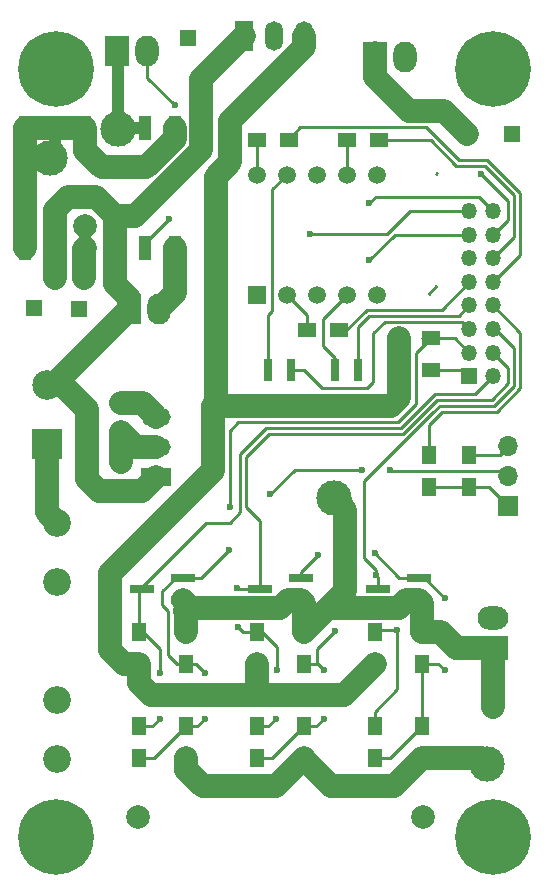
<source format=gtl>
G04 #@! TF.FileFunction,Copper,L1,Top,Signal*
%FSLAX46Y46*%
G04 Gerber Fmt 4.6, Leading zero omitted, Abs format (unit mm)*
G04 Created by KiCad (PCBNEW 4.0.6) date Wednesday, October 04, 2017 'PMt' 10:34:30 PM*
%MOMM*%
%LPD*%
G01*
G04 APERTURE LIST*
%ADD10C,0.100000*%
%ADD11R,1.500000X2.500000*%
%ADD12O,1.500000X2.500000*%
%ADD13R,1.500000X1.500000*%
%ADD14C,1.500000*%
%ADD15C,2.000000*%
%ADD16R,2.500000X1.500000*%
%ADD17O,2.500000X1.500000*%
%ADD18R,1.350000X1.350000*%
%ADD19O,1.350000X1.350000*%
%ADD20C,6.400000*%
%ADD21R,1.250000X1.500000*%
%ADD22C,2.350000*%
%ADD23R,2.500000X2.500000*%
%ADD24C,2.500000*%
%ADD25R,1.700000X1.700000*%
%ADD26O,1.700000X1.700000*%
%ADD27R,2.000000X0.650000*%
%ADD28R,1.300000X1.500000*%
%ADD29R,1.500000X1.300000*%
%ADD30R,2.600000X2.000000*%
%ADD31O,2.600000X2.000000*%
%ADD32R,2.000000X2.600000*%
%ADD33O,2.000000X2.600000*%
%ADD34R,0.800000X1.900000*%
%ADD35R,1.500000X1.250000*%
%ADD36R,1.000000X2.100000*%
%ADD37C,3.000000*%
%ADD38C,0.600000*%
%ADD39C,0.254000*%
%ADD40C,2.000000*%
%ADD41C,1.000000*%
G04 APERTURE END LIST*
D10*
D11*
X119900000Y-77200000D03*
D12*
X122440000Y-77200000D03*
X124980000Y-77200000D03*
D13*
X121000000Y-99100000D03*
D14*
X123540000Y-99100000D03*
X126080000Y-99100000D03*
X128620000Y-99100000D03*
X131160000Y-99100000D03*
X131160000Y-88940000D03*
X128620000Y-88940000D03*
X126080000Y-88940000D03*
X123540000Y-88940000D03*
X121000000Y-88940000D03*
D15*
X135100000Y-143300000D03*
X110900000Y-143300000D03*
D16*
X112500000Y-114500000D03*
D17*
X112500000Y-111960000D03*
X112500000Y-109420000D03*
D18*
X139000000Y-106000000D03*
D19*
X141000000Y-106000000D03*
X139000000Y-104000000D03*
X141000000Y-104000000D03*
X139000000Y-102000000D03*
X141000000Y-102000000D03*
X139000000Y-100000000D03*
X141000000Y-100000000D03*
X139000000Y-98000000D03*
X141000000Y-98000000D03*
X139000000Y-96000000D03*
X141000000Y-96000000D03*
X139000000Y-94000000D03*
X141000000Y-94000000D03*
X139000000Y-92000000D03*
X141000000Y-92000000D03*
D20*
X104000000Y-145000000D03*
X141000000Y-145000000D03*
X141000000Y-80000000D03*
D21*
X109500000Y-115750000D03*
X109500000Y-113250000D03*
X109500000Y-108250000D03*
X109500000Y-110750000D03*
D22*
X104100000Y-133400000D03*
X104100000Y-138400000D03*
X104100000Y-123400000D03*
X104100000Y-118400000D03*
D23*
X103200000Y-111700000D03*
D24*
X103200000Y-106700000D03*
D25*
X142300000Y-117000000D03*
D26*
X142300000Y-114460000D03*
X142300000Y-111920000D03*
D27*
X114710000Y-124950000D03*
X114710000Y-123050000D03*
X111290000Y-124000000D03*
X124710000Y-124950000D03*
X124710000Y-123050000D03*
X121290000Y-124000000D03*
X134710000Y-124950000D03*
X134710000Y-123050000D03*
X131290000Y-124000000D03*
D28*
X139000000Y-112650000D03*
X139000000Y-115350000D03*
D29*
X131325000Y-86025000D03*
X128625000Y-86025000D03*
X123700000Y-86000000D03*
X121000000Y-86000000D03*
X127950000Y-102100000D03*
X125250000Y-102100000D03*
D28*
X115000000Y-127650000D03*
X115000000Y-130350000D03*
X115000000Y-138350000D03*
X115000000Y-135650000D03*
X111000000Y-135650000D03*
X111000000Y-138350000D03*
X111000000Y-130350000D03*
X111000000Y-127650000D03*
X125000000Y-127650000D03*
X125000000Y-130350000D03*
X125000000Y-138350000D03*
X125000000Y-135650000D03*
X121000000Y-135650000D03*
X121000000Y-138350000D03*
X121000000Y-130350000D03*
X121000000Y-127650000D03*
X135000000Y-127650000D03*
X135000000Y-130350000D03*
X135000000Y-138350000D03*
X135000000Y-135650000D03*
X131000000Y-135650000D03*
X131000000Y-138350000D03*
X131000000Y-130350000D03*
X131000000Y-127650000D03*
X135600000Y-115350000D03*
X135600000Y-112650000D03*
D18*
X142625000Y-85450000D03*
X138800000Y-85475000D03*
X141000000Y-134000000D03*
X115175000Y-77375000D03*
X102150000Y-100250000D03*
D20*
X104000000Y-80000000D03*
D30*
X141000000Y-129000000D03*
D31*
X141000000Y-126460000D03*
D32*
X131000000Y-79000000D03*
D33*
X133540000Y-79000000D03*
D32*
X109200000Y-78500000D03*
D33*
X111740000Y-78500000D03*
D29*
X133050000Y-105500000D03*
X135750000Y-105500000D03*
X133050000Y-102800000D03*
X135750000Y-102800000D03*
D32*
X110200000Y-100300000D03*
D33*
X112740000Y-100300000D03*
D34*
X123850000Y-105500000D03*
X121950000Y-105500000D03*
X122900000Y-108500000D03*
X129550000Y-105500000D03*
X127650000Y-105500000D03*
X128600000Y-108500000D03*
D35*
X103900000Y-97700000D03*
X106400000Y-97700000D03*
D36*
X101350000Y-95180000D03*
X103890000Y-95180000D03*
X106430000Y-95180000D03*
X111510000Y-95180000D03*
X114050000Y-95180000D03*
X114050000Y-85020000D03*
X111510000Y-85020000D03*
X106430000Y-85020000D03*
X103890000Y-85020000D03*
X101350000Y-85020000D03*
D18*
X105975000Y-100300000D03*
D15*
X106425000Y-93275000D03*
D37*
X103450000Y-87550000D03*
X140500000Y-138800000D03*
X127500000Y-116300000D03*
X109275000Y-85075000D03*
D38*
X118700000Y-117100000D03*
X127600000Y-127600000D03*
X126200000Y-121100000D03*
X126700000Y-130900000D03*
X126700000Y-135000000D03*
X118600000Y-120700000D03*
X116600000Y-131100000D03*
X116600000Y-135000000D03*
X136900000Y-124800000D03*
X136900000Y-130900000D03*
X131000000Y-121000000D03*
X132300000Y-113900000D03*
X129900000Y-113900000D03*
X122100000Y-116000000D03*
X131100000Y-122800000D03*
X132900000Y-127500000D03*
X112800000Y-131100000D03*
X112800000Y-135000000D03*
X119300000Y-123900000D03*
X119400000Y-127200000D03*
X122700000Y-130900000D03*
X122600000Y-135000000D03*
X130525000Y-91350000D03*
X125525000Y-93925000D03*
X130525000Y-96200000D03*
X139975000Y-88875000D03*
X114100000Y-83075000D03*
X113525000Y-92725000D03*
D39*
X135550000Y-99000000D02*
X136200000Y-98350000D01*
X136210000Y-88840000D02*
X136250000Y-88800000D01*
X125250000Y-102100000D02*
X125250000Y-100810000D01*
X125250000Y-100810000D02*
X123540000Y-99100000D01*
X125250000Y-102100000D02*
X124640000Y-102100000D01*
X126600000Y-99020000D02*
X126620000Y-99000000D01*
X128620000Y-88940000D02*
X128620000Y-86030000D01*
X128620000Y-86030000D02*
X128625000Y-86025000D01*
X121000000Y-88940000D02*
X121000000Y-86000000D01*
D40*
X103200000Y-106700000D02*
X103800000Y-106700000D01*
X103800000Y-106700000D02*
X110200000Y-100300000D01*
X109000000Y-92450000D02*
X110662640Y-92450000D01*
X116304002Y-80795998D02*
X119900000Y-77200000D01*
X116304002Y-86808638D02*
X116304002Y-80795998D01*
X110662640Y-92450000D02*
X116304002Y-86808638D01*
X103900000Y-97700000D02*
X103900000Y-95190000D01*
X103900000Y-95190000D02*
X103890000Y-95180000D01*
X110200000Y-100300000D02*
X110200000Y-99350000D01*
X110200000Y-99350000D02*
X109000000Y-98150000D01*
X109000000Y-98150000D02*
X109000000Y-92450000D01*
X109000000Y-92450000D02*
X107375000Y-90825000D01*
X107375000Y-90825000D02*
X104975000Y-90825000D01*
X104975000Y-90825000D02*
X103890000Y-91910000D01*
X103890000Y-91910000D02*
X103890000Y-95180000D01*
X103200000Y-106700000D02*
X103700000Y-106700000D01*
X103200000Y-106700000D02*
X104500000Y-106700000D01*
X107650000Y-115750000D02*
X109500000Y-115750000D01*
X106600000Y-114700000D02*
X107650000Y-115750000D01*
X106600000Y-108800000D02*
X106600000Y-114700000D01*
X104500000Y-106700000D02*
X106600000Y-108800000D01*
X109500000Y-115750000D02*
X111250000Y-115750000D01*
X111250000Y-115750000D02*
X112500000Y-114500000D01*
D41*
X106430000Y-95180000D02*
X106430000Y-93280000D01*
X106430000Y-93280000D02*
X106425000Y-93275000D01*
X103890000Y-85020000D02*
X103890000Y-87110000D01*
X103890000Y-87110000D02*
X103450000Y-87550000D01*
D40*
X114050000Y-85020000D02*
X114050000Y-85875000D01*
X114050000Y-85875000D02*
X111600000Y-88325000D01*
X111600000Y-88325000D02*
X107850000Y-88325000D01*
X107850000Y-88325000D02*
X106430000Y-86905000D01*
X106430000Y-86905000D02*
X106430000Y-85020000D01*
X106400000Y-97700000D02*
X106400000Y-95210000D01*
X106400000Y-95210000D02*
X106430000Y-95180000D01*
X114050000Y-95180000D02*
X114050000Y-98990000D01*
X114050000Y-98990000D02*
X112740000Y-100300000D01*
X101350000Y-95180000D02*
X101350000Y-85020000D01*
X101350000Y-85020000D02*
X103890000Y-85020000D01*
X103890000Y-85020000D02*
X106430000Y-85020000D01*
X135000000Y-138350000D02*
X140050000Y-138350000D01*
X140050000Y-138350000D02*
X140500000Y-138800000D01*
X115000000Y-138350000D02*
X115000000Y-139300000D01*
X122650000Y-140700000D02*
X125000000Y-138350000D01*
X116400000Y-140700000D02*
X122650000Y-140700000D01*
X115000000Y-139300000D02*
X116400000Y-140700000D01*
X125000000Y-138350000D02*
X125000000Y-138400000D01*
X125000000Y-138400000D02*
X127300000Y-140700000D01*
X127300000Y-140700000D02*
X132650000Y-140700000D01*
X132650000Y-140700000D02*
X135000000Y-138350000D01*
X109500000Y-113250000D02*
X109500000Y-110750000D01*
X109500000Y-110750000D02*
X110710000Y-111960000D01*
X110710000Y-111960000D02*
X112500000Y-111960000D01*
D39*
X139000000Y-112650000D02*
X141570000Y-112650000D01*
X141570000Y-112650000D02*
X142300000Y-111920000D01*
D40*
X124710000Y-124950000D02*
X123650000Y-124950000D01*
X114881002Y-125900000D02*
X115000000Y-125900000D01*
X115181002Y-125600000D02*
X114881002Y-125900000D01*
X123000000Y-125600000D02*
X115181002Y-125600000D01*
X123650000Y-124950000D02*
X123000000Y-125600000D01*
X134710000Y-124950000D02*
X133650000Y-124950000D01*
X127100000Y-125600000D02*
X127100000Y-125550000D01*
X127050000Y-125600000D02*
X127100000Y-125600000D01*
X133000000Y-125600000D02*
X127050000Y-125600000D01*
X133650000Y-124950000D02*
X133000000Y-125600000D01*
X128500000Y-124150000D02*
X127100000Y-125550000D01*
X128500000Y-117300000D02*
X128500000Y-124150000D01*
X127500000Y-116300000D02*
X128500000Y-117300000D01*
X127100000Y-125550000D02*
X125000000Y-127650000D01*
X135000000Y-127650000D02*
X136550000Y-127650000D01*
X137900000Y-129000000D02*
X141000000Y-129000000D01*
X136550000Y-127650000D02*
X137900000Y-129000000D01*
X141000000Y-129000000D02*
X141000000Y-134000000D01*
X135000000Y-127650000D02*
X135000000Y-125240000D01*
X135000000Y-125240000D02*
X134710000Y-124950000D01*
X125000000Y-127650000D02*
X125000000Y-125240000D01*
X125000000Y-125240000D02*
X124710000Y-124950000D01*
X115000000Y-127650000D02*
X115000000Y-125900000D01*
X115000000Y-125900000D02*
X115000000Y-125240000D01*
X115000000Y-125240000D02*
X114710000Y-124950000D01*
X109500000Y-108250000D02*
X111330000Y-108250000D01*
X111330000Y-108250000D02*
X112500000Y-109420000D01*
X124980000Y-77200000D02*
X124980000Y-78145000D01*
X124980000Y-78145000D02*
X118750000Y-84375000D01*
X117550000Y-108250000D02*
X117300000Y-108500000D01*
X117550000Y-89100000D02*
X117550000Y-108250000D01*
X118750000Y-87900000D02*
X117550000Y-89100000D01*
X118750000Y-84375000D02*
X118750000Y-87900000D01*
X131000000Y-79000000D02*
X131000000Y-80625000D01*
X136868998Y-83543998D02*
X138800000Y-85475000D01*
X133918998Y-83543998D02*
X136868998Y-83543998D01*
X131000000Y-80625000D02*
X133918998Y-83543998D01*
X121000000Y-133000000D02*
X128350000Y-133000000D01*
X128350000Y-133000000D02*
X131000000Y-130350000D01*
X111000000Y-130350000D02*
X109750000Y-130350000D01*
X109750000Y-130350000D02*
X108600000Y-129200000D01*
X108600000Y-129200000D02*
X108600000Y-122700000D01*
X108600000Y-122700000D02*
X117300000Y-114000000D01*
X117300000Y-114000000D02*
X117300000Y-108500000D01*
X117300000Y-108500000D02*
X117600000Y-108500000D01*
X117600000Y-108500000D02*
X122900000Y-108500000D01*
X121000000Y-133000000D02*
X121000000Y-130350000D01*
X111000000Y-130350000D02*
X111000000Y-132000000D01*
X112000000Y-133000000D02*
X121000000Y-133000000D01*
X111000000Y-132000000D02*
X112000000Y-133000000D01*
X128600000Y-108500000D02*
X132400000Y-108500000D01*
X133050000Y-107850000D02*
X133050000Y-105500000D01*
X132400000Y-108500000D02*
X133050000Y-107850000D01*
X133050000Y-105500000D02*
X133050000Y-102800000D01*
X122900000Y-108500000D02*
X128600000Y-108500000D01*
X131000000Y-78600000D02*
X131000000Y-79000000D01*
D41*
X109275000Y-85075000D02*
X109275000Y-78575000D01*
X109275000Y-78575000D02*
X109200000Y-78500000D01*
X111510000Y-85020000D02*
X109330000Y-85020000D01*
X109330000Y-85020000D02*
X109275000Y-85075000D01*
D40*
X104100000Y-118400000D02*
X103200000Y-117500000D01*
X103200000Y-117500000D02*
X103200000Y-111700000D01*
D39*
X134500000Y-104050000D02*
X135750000Y-102800000D01*
X134500000Y-108353032D02*
X134500000Y-104050000D01*
X132953032Y-109900000D02*
X134500000Y-108353032D01*
X119400000Y-109900000D02*
X132953032Y-109900000D01*
X118700000Y-110600000D02*
X119400000Y-109900000D01*
X118700000Y-117100000D02*
X118700000Y-110600000D01*
X135750000Y-102800000D02*
X135000000Y-102800000D01*
X135750000Y-102800000D02*
X137800000Y-102800000D01*
X137800000Y-102800000D02*
X139000000Y-104000000D01*
X135750000Y-102800000D02*
X136200000Y-102800000D01*
X135750000Y-105500000D02*
X138500000Y-105500000D01*
X138500000Y-105500000D02*
X139000000Y-106000000D01*
X135750000Y-105600000D02*
X135750000Y-105250000D01*
X126100000Y-130350000D02*
X126100000Y-129100000D01*
X126100000Y-129100000D02*
X127600000Y-127600000D01*
X124710000Y-123050000D02*
X124710000Y-122590000D01*
X124710000Y-122590000D02*
X126200000Y-121100000D01*
X125000000Y-135650000D02*
X126050000Y-135650000D01*
X126150000Y-130350000D02*
X126100000Y-130350000D01*
X126100000Y-130350000D02*
X125000000Y-130350000D01*
X126700000Y-130900000D02*
X126150000Y-130350000D01*
X126050000Y-135650000D02*
X126700000Y-135000000D01*
X121000000Y-138350000D02*
X122300000Y-138350000D01*
X122300000Y-138350000D02*
X125000000Y-135650000D01*
X114710000Y-123050000D02*
X116250000Y-123050000D01*
X116250000Y-123050000D02*
X118600000Y-120700000D01*
X115000000Y-130350000D02*
X114250000Y-130350000D01*
X113000000Y-124200000D02*
X114150000Y-123050000D01*
X113000000Y-125400000D02*
X113000000Y-124200000D01*
X113500000Y-125900000D02*
X113000000Y-125400000D01*
X113500000Y-129600000D02*
X113500000Y-125900000D01*
X114250000Y-130350000D02*
X113500000Y-129600000D01*
X114150000Y-123050000D02*
X114710000Y-123050000D01*
X115000000Y-135650000D02*
X115950000Y-135650000D01*
X115850000Y-130350000D02*
X115000000Y-130350000D01*
X116600000Y-131100000D02*
X115850000Y-130350000D01*
X115950000Y-135650000D02*
X116600000Y-135000000D01*
X111000000Y-138350000D02*
X112300000Y-138350000D01*
X112300000Y-138350000D02*
X115000000Y-135650000D01*
X135000000Y-130350000D02*
X136350000Y-130350000D01*
X136900000Y-124800000D02*
X135150000Y-123050000D01*
X136350000Y-130350000D02*
X136900000Y-130900000D01*
X135150000Y-123050000D02*
X134710000Y-123050000D01*
X134710000Y-123050000D02*
X133050000Y-123050000D01*
X133050000Y-123050000D02*
X131000000Y-121000000D01*
X135000000Y-135650000D02*
X135000000Y-130350000D01*
X131000000Y-138350000D02*
X132300000Y-138350000D01*
X132300000Y-138350000D02*
X135000000Y-135650000D01*
X132400000Y-114000000D02*
X141840000Y-114000000D01*
X132300000Y-113900000D02*
X132400000Y-114000000D01*
X124200000Y-113900000D02*
X129900000Y-113900000D01*
X122100000Y-116000000D02*
X124200000Y-113900000D01*
X141840000Y-114000000D02*
X142300000Y-114460000D01*
X141940000Y-114100000D02*
X142300000Y-114460000D01*
X142300000Y-114460000D02*
X142300000Y-114400000D01*
X142300000Y-114400000D02*
X141900000Y-114000000D01*
X140000000Y-108516004D02*
X136492300Y-108516004D01*
X141102420Y-108516004D02*
X140000000Y-108516004D01*
X142808002Y-106810422D02*
X141102420Y-108516004D01*
X142808002Y-103608002D02*
X142808002Y-106810422D01*
X141200000Y-102000000D02*
X142808002Y-103608002D01*
X131100000Y-122400000D02*
X131100000Y-122800000D01*
X130100000Y-114908304D02*
X134754152Y-110254152D01*
X130100000Y-121400000D02*
X130100000Y-114908304D01*
X131100000Y-122400000D02*
X130100000Y-121400000D01*
X135954152Y-109054152D02*
X134754152Y-110254152D01*
X136492300Y-108516004D02*
X135954152Y-109054152D01*
X141000000Y-102000000D02*
X141200000Y-102000000D01*
X132900000Y-127500000D02*
X131150000Y-127500000D01*
X131150000Y-127500000D02*
X131000000Y-127650000D01*
X131000000Y-135650000D02*
X131000000Y-134400000D01*
X131290000Y-122990000D02*
X131290000Y-124000000D01*
X131100000Y-122800000D02*
X131290000Y-122990000D01*
X132900000Y-132500000D02*
X132900000Y-127500000D01*
X131000000Y-134400000D02*
X132900000Y-132500000D01*
X131290000Y-124000000D02*
X130500000Y-124000000D01*
X111290000Y-124000000D02*
X111290000Y-123810000D01*
X111290000Y-123810000D02*
X116700000Y-118400000D01*
X139500000Y-107500000D02*
X141000000Y-106000000D01*
X136071456Y-107500000D02*
X139500000Y-107500000D01*
X133163454Y-110408002D02*
X136071456Y-107500000D01*
X121791998Y-110408002D02*
X133163454Y-110408002D01*
X119600000Y-112600000D02*
X121791998Y-110408002D01*
X119600000Y-117500000D02*
X119600000Y-112600000D01*
X118700000Y-118400000D02*
X119600000Y-117500000D01*
X116700000Y-118400000D02*
X118700000Y-118400000D01*
X141000000Y-106000000D02*
X141000000Y-106500000D01*
X111000000Y-135650000D02*
X112150000Y-135650000D01*
X112800000Y-129100000D02*
X111350000Y-127650000D01*
X112800000Y-131100000D02*
X112800000Y-129100000D01*
X112150000Y-135650000D02*
X112800000Y-135000000D01*
X111350000Y-127650000D02*
X111000000Y-127650000D01*
X111000000Y-127650000D02*
X111000000Y-124290000D01*
X111000000Y-124290000D02*
X111290000Y-124000000D01*
X121000000Y-127650000D02*
X119850000Y-127650000D01*
X119400000Y-124000000D02*
X121290000Y-124000000D01*
X119300000Y-123900000D02*
X119400000Y-124000000D01*
X119850000Y-127650000D02*
X119400000Y-127200000D01*
X121290000Y-124000000D02*
X121290000Y-118281998D01*
X121290000Y-118281998D02*
X120108002Y-117100000D01*
X120108002Y-117100000D02*
X120108002Y-112810422D01*
X120108002Y-112810422D02*
X122002420Y-110916004D01*
X122002420Y-110916004D02*
X133373876Y-110916004D01*
X133373876Y-110916004D02*
X136281878Y-108008002D01*
X136281878Y-108008002D02*
X140891998Y-108008002D01*
X140891998Y-108008002D02*
X142300000Y-106600000D01*
X142300000Y-106600000D02*
X142300000Y-105300000D01*
X142300000Y-105300000D02*
X141000000Y-104000000D01*
X121000000Y-135650000D02*
X121950000Y-135650000D01*
X122700000Y-128900000D02*
X121450000Y-127650000D01*
X122700000Y-130900000D02*
X122700000Y-128900000D01*
X121950000Y-135650000D02*
X122600000Y-135000000D01*
X121450000Y-127650000D02*
X121000000Y-127650000D01*
X135600000Y-112650000D02*
X135600000Y-110126728D01*
X143316004Y-102316004D02*
X141000000Y-100000000D01*
X143316004Y-107020844D02*
X143316004Y-102316004D01*
X141312842Y-109024006D02*
X143316004Y-107020844D01*
X136702722Y-109024006D02*
X141312842Y-109024006D01*
X135600000Y-110126728D02*
X136702722Y-109024006D01*
X123700000Y-86000000D02*
X123700000Y-85875000D01*
X123700000Y-85875000D02*
X124650000Y-84925000D01*
X124650000Y-84925000D02*
X135343424Y-84925000D01*
X135343424Y-84925000D02*
X138085422Y-87666998D01*
X138085422Y-87666998D02*
X140485422Y-87666998D01*
X140485422Y-87666998D02*
X143266004Y-90447580D01*
X143266004Y-90447580D02*
X143266004Y-95733996D01*
X143266004Y-95733996D02*
X141000000Y-98000000D01*
X139800000Y-90800000D02*
X141000000Y-92000000D01*
X131075000Y-90800000D02*
X139800000Y-90800000D01*
X130525000Y-91350000D02*
X131075000Y-90800000D01*
X134006576Y-92000000D02*
X139000000Y-92000000D01*
X132056576Y-93950000D02*
X134006576Y-92000000D01*
X125550000Y-93950000D02*
X132056576Y-93950000D01*
X125525000Y-93925000D02*
X125550000Y-93950000D01*
X138650000Y-95650000D02*
X139000000Y-96000000D01*
X132725000Y-94000000D02*
X139000000Y-94000000D01*
X130525000Y-96200000D02*
X132725000Y-94000000D01*
X142250000Y-92750000D02*
X141000000Y-94000000D01*
X142250000Y-91150000D02*
X142250000Y-92750000D01*
X139975000Y-88875000D02*
X142250000Y-91150000D01*
X131325000Y-86025000D02*
X135725000Y-86025000D01*
X142758002Y-94241998D02*
X141000000Y-96000000D01*
X142758002Y-90658002D02*
X142758002Y-94241998D01*
X140275000Y-88175000D02*
X142758002Y-90658002D01*
X137875000Y-88175000D02*
X140275000Y-88175000D01*
X135725000Y-86025000D02*
X137875000Y-88175000D01*
X127950000Y-102100000D02*
X128550000Y-102100000D01*
X128550000Y-102100000D02*
X130300000Y-100350000D01*
X130300000Y-100350000D02*
X136650000Y-100350000D01*
X136650000Y-100350000D02*
X139000000Y-98000000D01*
X129550000Y-105500000D02*
X129550000Y-101818424D01*
X138141998Y-100858002D02*
X139000000Y-100000000D01*
X130510422Y-100858002D02*
X138141998Y-100858002D01*
X129550000Y-101818424D02*
X130510422Y-100858002D01*
X138691998Y-100308002D02*
X139000000Y-100000000D01*
X123850000Y-105500000D02*
X125000000Y-105500000D01*
X138366004Y-101366004D02*
X139000000Y-102000000D01*
X131850000Y-101366004D02*
X138366004Y-101366004D01*
X130850000Y-102366004D02*
X131850000Y-101366004D01*
X130850000Y-106500000D02*
X130850000Y-102366004D01*
X130350000Y-107000000D02*
X130850000Y-106500000D01*
X126500000Y-107000000D02*
X130350000Y-107000000D01*
X125000000Y-105500000D02*
X126500000Y-107000000D01*
X127650000Y-105500000D02*
X127650000Y-104475000D01*
X126600000Y-101120000D02*
X128620000Y-99100000D01*
X126600000Y-103425000D02*
X126600000Y-101120000D01*
X127650000Y-104475000D02*
X126600000Y-103425000D01*
X127650000Y-105500000D02*
X127650000Y-104650000D01*
X121950000Y-105500000D02*
X121950000Y-100850000D01*
X122300000Y-90180000D02*
X123540000Y-88940000D01*
X122300000Y-100500000D02*
X122300000Y-90180000D01*
X121950000Y-100850000D02*
X122300000Y-100500000D01*
X135600000Y-115350000D02*
X139000000Y-115350000D01*
X139000000Y-115350000D02*
X140650000Y-115350000D01*
X140650000Y-115350000D02*
X142300000Y-117000000D01*
X111740000Y-78500000D02*
X111740000Y-80715000D01*
X111740000Y-80715000D02*
X114100000Y-83075000D01*
X111510000Y-95180000D02*
X111510000Y-94740000D01*
X111510000Y-94740000D02*
X113525000Y-92725000D01*
M02*

</source>
